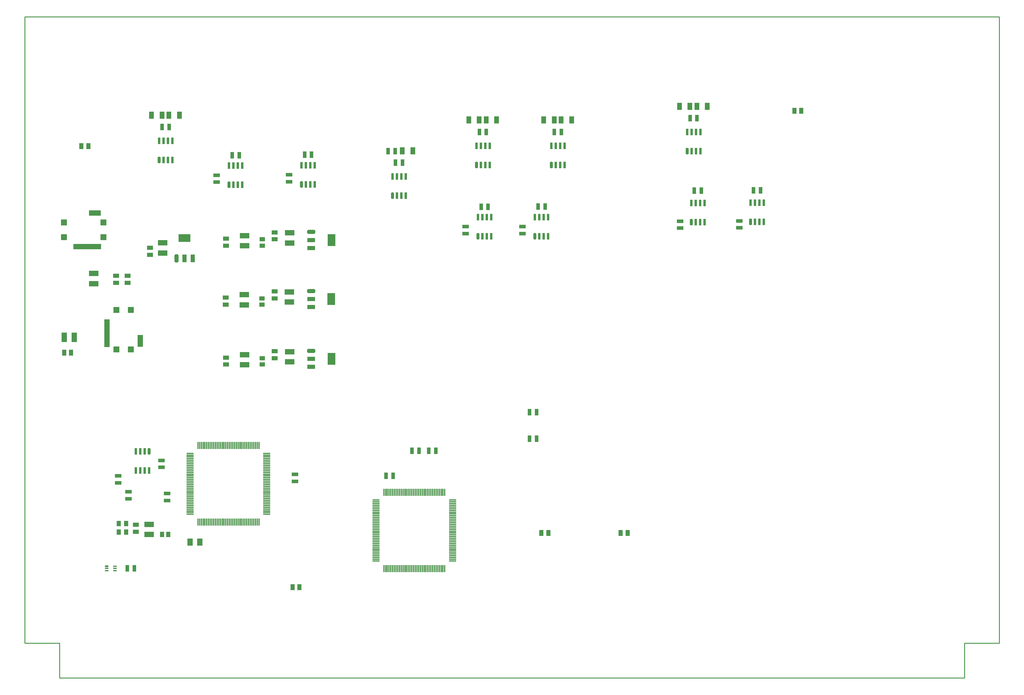
<source format=gtp>
G04*
G04 #@! TF.GenerationSoftware,Altium Limited,Altium Designer,24.9.1 (31)*
G04*
G04 Layer_Color=8421504*
%FSLAX44Y44*%
%MOMM*%
G71*
G04*
G04 #@! TF.SameCoordinates,FFAC17DA-0C39-4F23-945C-E2544D3BB645*
G04*
G04*
G04 #@! TF.FilePolarity,Positive*
G04*
G01*
G75*
%ADD10C,0.2500*%
G04:AMPARAMS|DCode=11|XSize=2mm|YSize=0.3mm|CornerRadius=0mm|HoleSize=0mm|Usage=FLASHONLY|Rotation=0.000|XOffset=0mm|YOffset=0mm|HoleType=Round|Shape=Octagon|*
%AMOCTAGOND11*
4,1,8,1.0000,-0.0750,1.0000,0.0750,0.9250,0.1500,-0.9250,0.1500,-1.0000,0.0750,-1.0000,-0.0750,-0.9250,-0.1500,0.9250,-0.1500,1.0000,-0.0750,0.0*
%
%ADD11OCTAGOND11*%

%ADD12R,2.0000X0.3000*%
%ADD13R,0.3000X2.0000*%
%ADD14R,2.8000X1.6000*%
%ADD15R,1.8000X1.3000*%
%ADD16R,1.3000X1.8000*%
%ADD17R,1.1000X1.9000*%
%ADD18R,1.1000X0.4500*%
G04:AMPARAMS|DCode=19|XSize=1.1mm|YSize=0.45mm|CornerRadius=0mm|HoleSize=0mm|Usage=FLASHONLY|Rotation=0.000|XOffset=0mm|YOffset=0mm|HoleType=Round|Shape=Octagon|*
%AMOCTAGOND19*
4,1,8,0.5500,-0.1125,0.5500,0.1125,0.4375,0.2250,-0.4375,0.2250,-0.5500,0.1125,-0.5500,-0.1125,-0.4375,-0.2250,0.4375,-0.2250,0.5500,-0.1125,0.0*
%
%ADD19OCTAGOND19*%

G04:AMPARAMS|DCode=20|XSize=0.8mm|YSize=1.9mm|CornerRadius=0mm|HoleSize=0mm|Usage=FLASHONLY|Rotation=0.000|XOffset=0mm|YOffset=0mm|HoleType=Round|Shape=Octagon|*
%AMOCTAGOND20*
4,1,8,-0.2000,0.9500,0.2000,0.9500,0.4000,0.7500,0.4000,-0.7500,0.2000,-0.9500,-0.2000,-0.9500,-0.4000,-0.7500,-0.4000,0.7500,-0.2000,0.9500,0.0*
%
%ADD20OCTAGOND20*%

%ADD21R,0.8000X1.9000*%
%ADD22R,1.9000X1.1000*%
%ADD23R,1.4500X2.0500*%
%ADD24R,3.5000X2.3000*%
%ADD25R,1.2000X2.3000*%
G04:AMPARAMS|DCode=26|XSize=1.2mm|YSize=2.3mm|CornerRadius=0mm|HoleSize=0mm|Usage=FLASHONLY|Rotation=0.000|XOffset=0mm|YOffset=0mm|HoleType=Round|Shape=Octagon|*
%AMOCTAGOND26*
4,1,8,-0.3000,1.1500,0.3000,1.1500,0.6000,0.8500,0.6000,-0.8500,0.3000,-1.1500,-0.3000,-1.1500,-0.6000,-0.8500,-0.6000,0.8500,-0.3000,1.1500,0.0*
%
%ADD26OCTAGOND26*%

%ADD27R,1.6000X2.8000*%
%ADD28R,1.5000X3.5000*%
%ADD29R,1.5000X8.0000*%
%ADD30R,1.8000X1.7000*%
%ADD31R,1.5000X1.2000*%
%ADD32R,2.3000X3.5000*%
%ADD33R,2.3000X1.2000*%
G04:AMPARAMS|DCode=34|XSize=1.2mm|YSize=2.3mm|CornerRadius=0mm|HoleSize=0mm|Usage=FLASHONLY|Rotation=270.000|XOffset=0mm|YOffset=0mm|HoleType=Round|Shape=Octagon|*
%AMOCTAGOND34*
4,1,8,1.1500,0.3000,1.1500,-0.3000,0.8500,-0.6000,-0.8500,-0.6000,-1.1500,-0.3000,-1.1500,0.3000,-0.8500,0.6000,0.8500,0.6000,1.1500,0.3000,0.0*
%
%ADD34OCTAGOND34*%

%ADD35R,1.3000X1.5000*%
%ADD36R,1.2000X1.5000*%
%ADD37R,1.6000X2.1000*%
%ADD38R,1.7000X1.8000*%
%ADD39R,8.0000X1.5000*%
%ADD40R,3.5000X1.5000*%
D10*
X0Y100000D02*
X100000D01*
Y0D02*
Y100000D01*
Y0D02*
X2700000D01*
X2800000Y100000D02*
Y1900000D01*
X0D02*
X2800000D01*
X2700000Y0D02*
Y100000D01*
X2800000D01*
X0D02*
Y1900000D01*
D11*
X475120Y645750D02*
D03*
X1009240Y511500D02*
D03*
D12*
X475120Y640750D02*
D03*
Y635750D02*
D03*
Y630750D02*
D03*
Y625750D02*
D03*
Y620750D02*
D03*
Y615750D02*
D03*
Y610750D02*
D03*
Y605750D02*
D03*
Y600750D02*
D03*
Y595750D02*
D03*
Y590750D02*
D03*
Y585750D02*
D03*
Y580750D02*
D03*
Y575750D02*
D03*
Y570750D02*
D03*
Y565750D02*
D03*
Y560750D02*
D03*
Y555750D02*
D03*
Y550750D02*
D03*
Y545750D02*
D03*
Y540750D02*
D03*
Y535750D02*
D03*
Y530750D02*
D03*
Y525750D02*
D03*
Y520750D02*
D03*
Y515750D02*
D03*
Y510750D02*
D03*
Y505750D02*
D03*
Y500750D02*
D03*
Y495750D02*
D03*
Y490750D02*
D03*
Y485750D02*
D03*
Y480750D02*
D03*
Y475750D02*
D03*
Y470750D02*
D03*
X694880D02*
D03*
Y475750D02*
D03*
Y480750D02*
D03*
Y485750D02*
D03*
Y490750D02*
D03*
Y495750D02*
D03*
Y500750D02*
D03*
Y505750D02*
D03*
Y510750D02*
D03*
Y515750D02*
D03*
Y520750D02*
D03*
Y525750D02*
D03*
Y530750D02*
D03*
Y535750D02*
D03*
Y540750D02*
D03*
Y545750D02*
D03*
Y550750D02*
D03*
Y555750D02*
D03*
Y560750D02*
D03*
Y565750D02*
D03*
Y570750D02*
D03*
Y575750D02*
D03*
Y580750D02*
D03*
Y585750D02*
D03*
Y590750D02*
D03*
Y595750D02*
D03*
Y600750D02*
D03*
Y605750D02*
D03*
Y610750D02*
D03*
Y615750D02*
D03*
Y620750D02*
D03*
Y625750D02*
D03*
Y630750D02*
D03*
Y635750D02*
D03*
Y640750D02*
D03*
Y645750D02*
D03*
X1009240Y506500D02*
D03*
Y501500D02*
D03*
Y496500D02*
D03*
Y491500D02*
D03*
Y486500D02*
D03*
Y481500D02*
D03*
Y476500D02*
D03*
Y471500D02*
D03*
Y466500D02*
D03*
Y461500D02*
D03*
Y456500D02*
D03*
Y451500D02*
D03*
Y446500D02*
D03*
Y441500D02*
D03*
Y436500D02*
D03*
Y431500D02*
D03*
Y426500D02*
D03*
Y421500D02*
D03*
Y416500D02*
D03*
Y411500D02*
D03*
Y406500D02*
D03*
Y401500D02*
D03*
Y396500D02*
D03*
Y391500D02*
D03*
Y386500D02*
D03*
Y381500D02*
D03*
Y376500D02*
D03*
Y371500D02*
D03*
Y366500D02*
D03*
Y361500D02*
D03*
Y356500D02*
D03*
Y351500D02*
D03*
Y346500D02*
D03*
Y341500D02*
D03*
Y336500D02*
D03*
X1229000D02*
D03*
Y341500D02*
D03*
Y346500D02*
D03*
Y351500D02*
D03*
Y356500D02*
D03*
Y361500D02*
D03*
Y366500D02*
D03*
Y371500D02*
D03*
Y376500D02*
D03*
Y381500D02*
D03*
Y386500D02*
D03*
Y391500D02*
D03*
Y396500D02*
D03*
Y401500D02*
D03*
Y406500D02*
D03*
Y411500D02*
D03*
Y416500D02*
D03*
Y421500D02*
D03*
Y426500D02*
D03*
Y431500D02*
D03*
Y436500D02*
D03*
Y441500D02*
D03*
Y446500D02*
D03*
Y451500D02*
D03*
Y456500D02*
D03*
Y461500D02*
D03*
Y466500D02*
D03*
Y471500D02*
D03*
Y476500D02*
D03*
Y481500D02*
D03*
Y486500D02*
D03*
Y491500D02*
D03*
Y496500D02*
D03*
Y501500D02*
D03*
Y506500D02*
D03*
Y511500D02*
D03*
D13*
X497500Y448370D02*
D03*
X502500D02*
D03*
X507500D02*
D03*
X512500D02*
D03*
X517500D02*
D03*
X522500D02*
D03*
X527500D02*
D03*
X532500D02*
D03*
X537500D02*
D03*
X542500D02*
D03*
X547500D02*
D03*
X552500D02*
D03*
X557500D02*
D03*
X562500D02*
D03*
X567500D02*
D03*
X572500D02*
D03*
X577500D02*
D03*
X582500D02*
D03*
X587500D02*
D03*
X592500D02*
D03*
X597500D02*
D03*
X602500D02*
D03*
X607500D02*
D03*
X612500D02*
D03*
X617500D02*
D03*
X622500D02*
D03*
X627500D02*
D03*
X632500D02*
D03*
X637500D02*
D03*
X642500D02*
D03*
X647500D02*
D03*
X652500D02*
D03*
X657500D02*
D03*
X662500D02*
D03*
X667500D02*
D03*
X672500D02*
D03*
Y668130D02*
D03*
X667500D02*
D03*
X662500D02*
D03*
X657500D02*
D03*
X652500D02*
D03*
X647500D02*
D03*
X642500D02*
D03*
X637500D02*
D03*
X632500D02*
D03*
X627500D02*
D03*
X622500D02*
D03*
X617500D02*
D03*
X612500D02*
D03*
X607500D02*
D03*
X602500D02*
D03*
X597500D02*
D03*
X592500D02*
D03*
X587500D02*
D03*
X582500D02*
D03*
X577500D02*
D03*
X572500D02*
D03*
X567500D02*
D03*
X562500D02*
D03*
X557500D02*
D03*
X552500D02*
D03*
X547500D02*
D03*
X542500D02*
D03*
X537500D02*
D03*
X532500D02*
D03*
X527500D02*
D03*
X522500D02*
D03*
X517500D02*
D03*
X512500D02*
D03*
X507500D02*
D03*
X502500D02*
D03*
X497500D02*
D03*
X1031620Y314120D02*
D03*
X1036620D02*
D03*
X1041620D02*
D03*
X1046620D02*
D03*
X1051620D02*
D03*
X1056620D02*
D03*
X1061620D02*
D03*
X1066620D02*
D03*
X1071620D02*
D03*
X1076620D02*
D03*
X1081620D02*
D03*
X1086620D02*
D03*
X1091620D02*
D03*
X1096620D02*
D03*
X1101620D02*
D03*
X1106620D02*
D03*
X1111620D02*
D03*
X1116620D02*
D03*
X1121620D02*
D03*
X1126620D02*
D03*
X1131620D02*
D03*
X1136620D02*
D03*
X1141620D02*
D03*
X1146620D02*
D03*
X1151620D02*
D03*
X1156620D02*
D03*
X1161620D02*
D03*
X1166620D02*
D03*
X1171620D02*
D03*
X1176620D02*
D03*
X1181620D02*
D03*
X1186620D02*
D03*
X1191620D02*
D03*
X1196620D02*
D03*
X1201620D02*
D03*
X1206620D02*
D03*
Y533880D02*
D03*
X1201620D02*
D03*
X1196620D02*
D03*
X1191620D02*
D03*
X1186620D02*
D03*
X1181620D02*
D03*
X1176620D02*
D03*
X1171620D02*
D03*
X1166620D02*
D03*
X1161620D02*
D03*
X1156620D02*
D03*
X1151620D02*
D03*
X1146620D02*
D03*
X1141620D02*
D03*
X1136620D02*
D03*
X1131620D02*
D03*
X1126620D02*
D03*
X1121620D02*
D03*
X1116620D02*
D03*
X1111620D02*
D03*
X1106620D02*
D03*
X1101620D02*
D03*
X1096620D02*
D03*
X1091620D02*
D03*
X1086620D02*
D03*
X1081620D02*
D03*
X1076620D02*
D03*
X1071620D02*
D03*
X1066620D02*
D03*
X1061620D02*
D03*
X1056620D02*
D03*
X1051620D02*
D03*
X1046620D02*
D03*
X1041620D02*
D03*
X1036620D02*
D03*
X1031620D02*
D03*
D14*
X760500Y1080500D02*
D03*
Y1109500D02*
D03*
X396000Y1221500D02*
D03*
Y1250500D02*
D03*
X198000Y1162500D02*
D03*
Y1133500D02*
D03*
X631000Y1271250D02*
D03*
Y1242250D02*
D03*
X761000Y1279250D02*
D03*
Y1250250D02*
D03*
X631000Y929500D02*
D03*
Y900500D02*
D03*
X761000Y937500D02*
D03*
Y908500D02*
D03*
X630500Y1101500D02*
D03*
Y1072500D02*
D03*
X357050Y441250D02*
D03*
Y412250D02*
D03*
D15*
X718000Y919000D02*
D03*
Y939000D02*
D03*
X360000Y1216000D02*
D03*
Y1236000D02*
D03*
X578000Y1262750D02*
D03*
Y1242750D02*
D03*
X718000Y1280750D02*
D03*
Y1260750D02*
D03*
X578000Y921000D02*
D03*
Y901000D02*
D03*
X577500Y1093000D02*
D03*
Y1073000D02*
D03*
X717500Y1111000D02*
D03*
Y1091000D02*
D03*
X295000Y1135629D02*
D03*
Y1155629D02*
D03*
X262500Y1135629D02*
D03*
Y1155629D02*
D03*
X318986Y440490D02*
D03*
Y420490D02*
D03*
D16*
X182500Y1528500D02*
D03*
X162500D02*
D03*
X2210950Y1630000D02*
D03*
X2230950D02*
D03*
X133000Y935000D02*
D03*
X113000D02*
D03*
X1712000Y417000D02*
D03*
X1732000D02*
D03*
X1484000D02*
D03*
X1504000D02*
D03*
X789000Y261250D02*
D03*
X769000D02*
D03*
D17*
X596000Y1502500D02*
D03*
X616000D02*
D03*
X804000Y1503839D02*
D03*
X824000D02*
D03*
X2093750Y1401750D02*
D03*
X2113750D02*
D03*
X1311000Y1354500D02*
D03*
X1331000D02*
D03*
X1474750Y1354750D02*
D03*
X1494750D02*
D03*
X1044000Y1514450D02*
D03*
X1064000D02*
D03*
X1065000Y1480975D02*
D03*
X1085000D02*
D03*
X1541500Y1569500D02*
D03*
X1521500D02*
D03*
X1450250Y763960D02*
D03*
X1470250D02*
D03*
X1450250Y687760D02*
D03*
X1470250D02*
D03*
X1943750Y1400750D02*
D03*
X1923750D02*
D03*
X1057750Y581000D02*
D03*
X1037750D02*
D03*
X1112250Y653250D02*
D03*
X1132250D02*
D03*
X1180750D02*
D03*
X1160750D02*
D03*
X394500Y1583500D02*
D03*
X414500D02*
D03*
X1911250Y1609000D02*
D03*
X1931250D02*
D03*
X1306000Y1569500D02*
D03*
X1326000D02*
D03*
X314750Y315000D02*
D03*
X294750D02*
D03*
D18*
X258500Y321500D02*
D03*
Y315000D02*
D03*
Y308500D02*
D03*
X235500Y308500D02*
D03*
Y315000D02*
D03*
D19*
Y321500D02*
D03*
D20*
X2084885Y1311250D02*
D03*
X1056450Y1385975D02*
D03*
X385950Y1488500D02*
D03*
X794950Y1418839D02*
D03*
X1512950Y1474500D02*
D03*
X1914885Y1310250D02*
D03*
X586950Y1417500D02*
D03*
X1301950Y1269500D02*
D03*
X1465700Y1269750D02*
D03*
X1902700Y1514000D02*
D03*
X1297450Y1474500D02*
D03*
X357050Y651750D02*
D03*
D21*
X2097585Y1311250D02*
D03*
X2110285D02*
D03*
X2122985D02*
D03*
Y1366250D02*
D03*
X2110285D02*
D03*
X2097585D02*
D03*
X2084885D02*
D03*
X1069150Y1385975D02*
D03*
X1081850D02*
D03*
X1094550D02*
D03*
Y1440975D02*
D03*
X1081850D02*
D03*
X1069150D02*
D03*
X1056450D02*
D03*
X385950Y1543500D02*
D03*
X398650D02*
D03*
X411350D02*
D03*
X424050D02*
D03*
Y1488500D02*
D03*
X411350D02*
D03*
X398650D02*
D03*
X794950Y1473839D02*
D03*
X807650D02*
D03*
X820350D02*
D03*
X833050D02*
D03*
Y1418839D02*
D03*
X820350D02*
D03*
X807650D02*
D03*
X1512950Y1529500D02*
D03*
X1525650D02*
D03*
X1538350D02*
D03*
X1551050D02*
D03*
Y1474500D02*
D03*
X1538350D02*
D03*
X1525650D02*
D03*
X1914885Y1365250D02*
D03*
X1927585D02*
D03*
X1940285D02*
D03*
X1952985D02*
D03*
Y1310250D02*
D03*
X1940285D02*
D03*
X1927585D02*
D03*
X586950Y1472500D02*
D03*
X599650D02*
D03*
X612350D02*
D03*
X625050D02*
D03*
Y1417500D02*
D03*
X612350D02*
D03*
X599650D02*
D03*
X1301950Y1324500D02*
D03*
X1314650D02*
D03*
X1327350D02*
D03*
X1340050D02*
D03*
Y1269500D02*
D03*
X1327350D02*
D03*
X1314650D02*
D03*
X1465700Y1324750D02*
D03*
X1478400D02*
D03*
X1491100D02*
D03*
X1503800D02*
D03*
Y1269750D02*
D03*
X1491100D02*
D03*
X1478400D02*
D03*
X1915400Y1514000D02*
D03*
X1928100D02*
D03*
X1940800D02*
D03*
Y1569000D02*
D03*
X1928100D02*
D03*
X1915400D02*
D03*
X1902700D02*
D03*
X1310150Y1474500D02*
D03*
X1322850D02*
D03*
X1335550D02*
D03*
Y1529500D02*
D03*
X1322850D02*
D03*
X1310150D02*
D03*
X1297450D02*
D03*
X344350Y651750D02*
D03*
X331650D02*
D03*
X318950D02*
D03*
Y596750D02*
D03*
X331650D02*
D03*
X344350D02*
D03*
X357050D02*
D03*
D22*
X2052750Y1313750D02*
D03*
Y1293750D02*
D03*
X759000Y1426339D02*
D03*
Y1446339D02*
D03*
X1882750Y1292750D02*
D03*
Y1312750D02*
D03*
X551000Y1425000D02*
D03*
Y1445000D02*
D03*
X1266000Y1277000D02*
D03*
Y1297000D02*
D03*
X1429750Y1277250D02*
D03*
Y1297250D02*
D03*
X393000Y605250D02*
D03*
Y625250D02*
D03*
X268000Y560750D02*
D03*
Y580750D02*
D03*
X298000Y535250D02*
D03*
Y515250D02*
D03*
X409000Y510250D02*
D03*
Y530250D02*
D03*
X776000Y565250D02*
D03*
Y585250D02*
D03*
D23*
X1084500Y1514975D02*
D03*
X1114500D02*
D03*
X1571000Y1603500D02*
D03*
X1541000D02*
D03*
X1521000D02*
D03*
X1491000D02*
D03*
X414000Y1617500D02*
D03*
X444000D02*
D03*
X364000D02*
D03*
X394000D02*
D03*
X1880750Y1643000D02*
D03*
X1910750D02*
D03*
X1930750D02*
D03*
X1960750D02*
D03*
X1275500Y1603500D02*
D03*
X1305500D02*
D03*
X1325500D02*
D03*
X1355500D02*
D03*
D24*
X459000Y1264000D02*
D03*
D25*
X482000Y1206000D02*
D03*
X459000D02*
D03*
D26*
X436000D02*
D03*
D27*
X142212Y979000D02*
D03*
X113212D02*
D03*
D28*
X332000Y968500D02*
D03*
D29*
X236000Y991000D02*
D03*
D30*
X305000Y1058000D02*
D03*
X263000D02*
D03*
Y944000D02*
D03*
X305000D02*
D03*
D31*
X682000Y1242750D02*
D03*
Y1260750D02*
D03*
Y901000D02*
D03*
Y919000D02*
D03*
X681500Y1073000D02*
D03*
Y1091000D02*
D03*
D32*
X881000Y1258750D02*
D03*
Y917000D02*
D03*
X880500Y1089000D02*
D03*
D33*
X823000Y1235750D02*
D03*
Y1258750D02*
D03*
Y894000D02*
D03*
Y917000D02*
D03*
X822500Y1066000D02*
D03*
Y1089000D02*
D03*
D34*
X823000Y1281750D02*
D03*
Y940000D02*
D03*
X822500Y1112000D02*
D03*
D35*
X290750Y444250D02*
D03*
Y419250D02*
D03*
X270250D02*
D03*
Y444250D02*
D03*
D36*
X394000Y412250D02*
D03*
X412000D02*
D03*
D37*
X474620Y390250D02*
D03*
X502620D02*
D03*
D38*
X226032Y1309000D02*
D03*
Y1267000D02*
D03*
X112032D02*
D03*
Y1309000D02*
D03*
D39*
X179032Y1240000D02*
D03*
D40*
X201532Y1336000D02*
D03*
M02*

</source>
